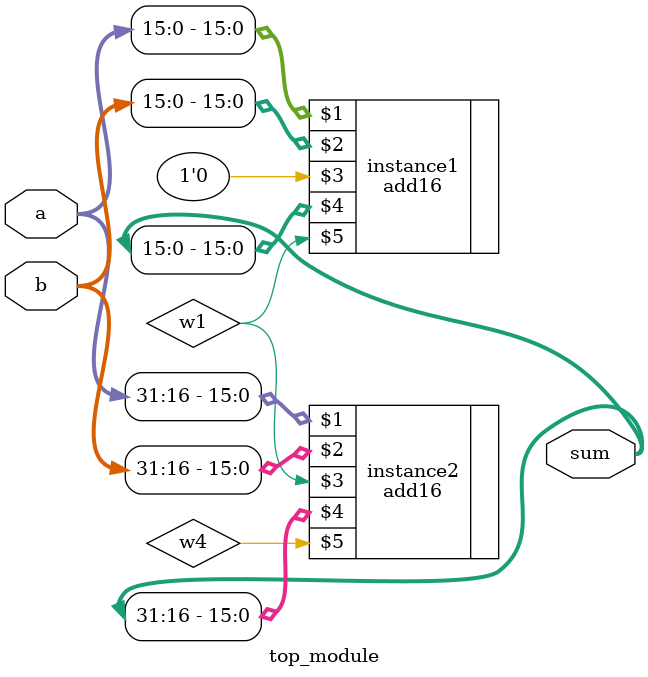
<source format=v>
module top_module(
    input [31:0] a,
    input [31:0] b,
    output [31:0] sum
);
    wire w1,w4;
    add16 instance1( a[15:0], b[15:0], 1'b0 , sum[15:0], w1);
    add16 instance2( a[31:16], b[31:16], w1, sum[31:16] , w4);
  
endmodule

</source>
